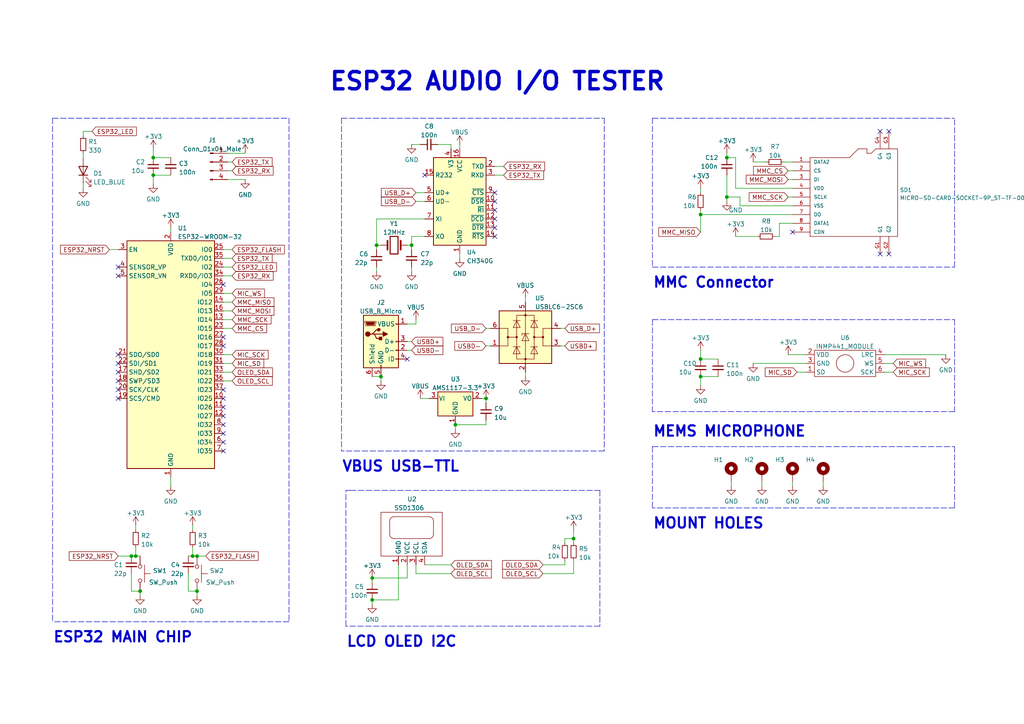
<source format=kicad_sch>
(kicad_sch (version 20211123) (generator eeschema)
  (paper "A4")
  (lib_symbols
    (symbol "Connector:Conn_01x04_Male" (pin_names (offset 1.016) hide)
      (property "Reference" "J" (at 0 5.08 0))
      (property "Value" "Conn_01x04_Male" (at 0 -7.62 0))
      (symbol "Conn_01x04_Male_1_1"
        (polyline (pts (xy 1.27 -5.08) (xy 0.8636 -5.08)) (stroke (width 0.1524)))
        (polyline (pts (xy 1.27 -2.54) (xy 0.8636 -2.54)) (stroke (width 0.1524)))
        (polyline (pts (xy 1.27 0) (xy 0.8636 0)) (stroke (width 0.1524)))
        (polyline (pts (xy 1.27 2.54) (xy 0.8636 2.54)) (stroke (width 0.1524)))
        (rectangle (start 0.8636 -4.953) (end 0 -5.207) (stroke (width 0.1524)) (fill (type outline)))
        (rectangle (start 0.8636 -2.413) (end 0 -2.667) (stroke (width 0.1524)) (fill (type outline)))
        (rectangle (start 0.8636 0.127) (end 0 -0.127) (stroke (width 0.1524)) (fill (type outline)))
        (rectangle (start 0.8636 2.667) (end 0 2.413) (stroke (width 0.1524)) (fill (type outline)))
        (pin passive line (at 5.08 2.54 180) (length 3.81) (name "Pin_1") (number "1"))
        (pin passive line (at 5.08 0 180) (length 3.81) (name "Pin_2") (number "2"))
        (pin passive line (at 5.08 -2.54 180) (length 3.81) (name "Pin_3") (number "3"))
        (pin passive line (at 5.08 -5.08 180) (length 3.81) (name "Pin_4") (number "4"))
      )
    )
    (symbol "Connector:USB_B_Micro" (pin_names (offset 1.016))
      (property "Reference" "J" (at -5.08 11.43 0))
      (property "Value" "USB_B_Micro" (at -5.08 8.89 0))
      (symbol "USB_B_Micro_0_1"
        (rectangle (start -5.08 -7.62) (end 5.08 7.62) (stroke (width 0.254)) (fill (type background)))
        (circle (center -3.81 2.159) (radius 0.635) (stroke (width 0.254)) (fill (type outline)))
        (circle (center -0.635 3.429) (radius 0.381) (stroke (width 0.254)) (fill (type outline)))
        (rectangle (start -0.127 -7.62) (end 0.127 -6.858))
        (polyline (pts (xy -1.905 2.159) (xy 0.635 2.159)) (stroke (width 0.254)))
        (polyline (pts (xy -3.175 2.159) (xy -2.54 2.159) (xy -1.27 3.429) (xy -0.635 3.429)) (stroke (width 0.254)))
        (polyline (pts (xy -2.54 2.159) (xy -1.905 2.159) (xy -1.27 0.889) (xy 0 0.889)) (stroke (width 0.254)))
        (polyline (pts (xy 0.635 2.794) (xy 0.635 1.524) (xy 1.905 2.159) (xy 0.635 2.794)) (stroke (width 0.254)) (fill (type outline)))
        (polyline (pts (xy -4.318 5.588) (xy -1.778 5.588) (xy -2.032 4.826) (xy -4.064 4.826) (xy -4.318 5.588)) (fill (type outline)))
        (polyline (pts (xy -4.699 5.842) (xy -4.699 5.588) (xy -4.445 4.826) (xy -4.445 4.572) (xy -1.651 4.572) (xy -1.651 4.826) (xy -1.397 5.588) (xy -1.397 5.842) (xy -4.699 5.842)))
        (rectangle (start 0.254 1.27) (end -0.508 0.508) (stroke (width 0.254)) (fill (type outline)))
        (rectangle (start 5.08 -5.207) (end 4.318 -4.953))
        (rectangle (start 5.08 -2.667) (end 4.318 -2.413))
        (rectangle (start 5.08 -0.127) (end 4.318 0.127))
        (rectangle (start 5.08 4.953) (end 4.318 5.207))
      )
      (symbol "USB_B_Micro_1_1"
        (pin power_out line (at 7.62 5.08 180) (length 2.54) (name "VBUS") (number "1"))
        (pin bidirectional line (at 7.62 -2.54 180) (length 2.54) (name "D-") (number "2"))
        (pin bidirectional line (at 7.62 0 180) (length 2.54) (name "D+") (number "3"))
        (pin passive line (at 7.62 -5.08 180) (length 2.54) (name "ID") (number "4"))
        (pin power_out line (at 0 -10.16 90) (length 2.54) (name "GND") (number "5"))
        (pin passive line (at -2.54 -10.16 90) (length 2.54) (name "Shield") (number "6"))
      )
    )
    (symbol "Device:C_Small" (pin_numbers hide) (pin_names (offset 0.254) hide)
      (property "Reference" "C" (at 0.254 1.778 0))
      (property "Value" "C_Small" (at 0.254 -2.032 0))
      (symbol "C_Small_0_1"
        (polyline (pts (xy -1.524 -0.508) (xy 1.524 -0.508)) (stroke (width 0.3302)))
        (polyline (pts (xy -1.524 0.508) (xy 1.524 0.508)) (stroke (width 0.3048)))
      )
      (symbol "C_Small_1_1"
        (pin passive line (at 0 2.54 270) (length 2.032) (name "~") (number "1"))
        (pin passive line (at 0 -2.54 90) (length 2.032) (name "~") (number "2"))
      )
    )
    (symbol "Device:Crystal" (pin_numbers hide) (pin_names (offset 1.016) hide)
      (property "Reference" "Y" (at 0 3.81 0))
      (property "Value" "Crystal" (at 0 -3.81 0))
      (symbol "Crystal_0_1"
        (rectangle (start -1.143 2.54) (end 1.143 -2.54) (stroke (width 0.3048)))
        (polyline (pts (xy -2.54 0) (xy -1.905 0)))
        (polyline (pts (xy -1.905 -1.27) (xy -1.905 1.27)) (stroke (width 0.508)))
        (polyline (pts (xy 1.905 -1.27) (xy 1.905 1.27)) (stroke (width 0.508)))
        (polyline (pts (xy 2.54 0) (xy 1.905 0)))
      )
      (symbol "Crystal_1_1"
        (pin passive line (at -3.81 0 0) (length 1.27) (name "1") (number "1"))
        (pin passive line (at 3.81 0 180) (length 1.27) (name "2") (number "2"))
      )
    )
    (symbol "Device:LED" (pin_numbers hide) (pin_names (offset 1.016) hide)
      (property "Reference" "D" (at 0 2.54 0))
      (property "Value" "LED" (at 0 -2.54 0))
      (symbol "LED_0_1"
        (polyline (pts (xy -1.27 -1.27) (xy -1.27 1.27)) (stroke (width 0.254)))
        (polyline (pts (xy -1.27 0) (xy 1.27 0)))
        (polyline (pts (xy 1.27 -1.27) (xy 1.27 1.27) (xy -1.27 0) (xy 1.27 -1.27)) (stroke (width 0.254)))
        (polyline (pts (xy -3.048 -0.762) (xy -4.572 -2.286) (xy -3.81 -2.286) (xy -4.572 -2.286) (xy -4.572 -1.524)))
        (polyline (pts (xy -1.778 -0.762) (xy -3.302 -2.286) (xy -2.54 -2.286) (xy -3.302 -2.286) (xy -3.302 -1.524)))
      )
      (symbol "LED_1_1"
        (pin passive line (at -3.81 0 0) (length 2.54) (name "K") (number "1"))
        (pin passive line (at 3.81 0 180) (length 2.54) (name "A") (number "2"))
      )
    )
    (symbol "Device:R_Small" (pin_numbers hide) (pin_names (offset 0.254) hide)
      (property "Reference" "R" (at 0.762 0.508 0))
      (property "Value" "R_Small" (at 0.762 -1.016 0))
      (symbol "R_Small_0_1"
        (rectangle (start -0.762 1.778) (end 0.762 -1.778) (stroke (width 0.2032)))
      )
      (symbol "R_Small_1_1"
        (pin passive line (at 0 2.54 270) (length 0.762) (name "~") (number "1"))
        (pin passive line (at 0 -2.54 90) (length 0.762) (name "~") (number "2"))
      )
    )
    (symbol "Interface_USB:CH340G"
      (property "Reference" "U" (at -5.08 13.97 0))
      (property "Value" "CH340G" (at 1.27 13.97 0))
      (symbol "CH340G_0_1"
        (rectangle (start -7.62 12.7) (end 7.62 -12.7) (stroke (width 0.254)) (fill (type background)))
      )
      (symbol "CH340G_1_1"
        (pin power_in line (at 0 -15.24 90) (length 2.54) (name "GND") (number "1"))
        (pin input line (at 10.16 0 180) (length 2.54) (name "~{DSR}") (number "10"))
        (pin input line (at 10.16 -2.54 180) (length 2.54) (name "~{RI}") (number "11"))
        (pin input line (at 10.16 -5.08 180) (length 2.54) (name "~{DCD}") (number "12"))
        (pin output line (at 10.16 -7.62 180) (length 2.54) (name "~{DTR}") (number "13"))
        (pin output line (at 10.16 -10.16 180) (length 2.54) (name "~{RTS}") (number "14"))
        (pin input line (at -10.16 7.62 0) (length 2.54) (name "R232") (number "15"))
        (pin power_in line (at 0 15.24 270) (length 2.54) (name "VCC") (number "16"))
        (pin output line (at 10.16 10.16 180) (length 2.54) (name "TXD") (number "2"))
        (pin input line (at 10.16 7.62 180) (length 2.54) (name "RXD") (number "3"))
        (pin passive line (at -2.54 15.24 270) (length 2.54) (name "V3") (number "4"))
        (pin bidirectional line (at -10.16 2.54 0) (length 2.54) (name "UD+") (number "5"))
        (pin bidirectional line (at -10.16 0 0) (length 2.54) (name "UD-") (number "6"))
        (pin input line (at -10.16 -5.08 0) (length 2.54) (name "XI") (number "7"))
        (pin output line (at -10.16 -10.16 0) (length 2.54) (name "XO") (number "8"))
        (pin input line (at 10.16 2.54 180) (length 2.54) (name "~{CTS}") (number "9"))
      )
    )
    (symbol "Mechanical:MountingHole_Pad" (pin_numbers hide) (pin_names (offset 1.016) hide)
      (property "Reference" "H" (at 0 6.35 0))
      (property "Value" "MountingHole_Pad" (at 0 4.445 0))
      (symbol "MountingHole_Pad_0_1"
        (circle (center 0 1.27) (radius 1.27) (stroke (width 1.27)))
      )
      (symbol "MountingHole_Pad_1_1"
        (pin input line (at 0 -2.54 90) (length 2.54) (name "1") (number "1"))
      )
    )
    (symbol "OPL_Connector:MICRO-SD-CARD-SOCKET-9P_ST-TF-003A_" (pin_names (offset 1.016))
      (property "Reference" "SD" (at -13.97 12.7 0))
      (property "Value" "MICRO-SD-CARD-SOCKET-9P_ST-TF-003A_" (at -7.62 12.7 0))
      (symbol "MICRO-SD-CARD-SOCKET-9P_ST-TF-003A__1_0"
        (polyline (pts (xy -12.7 -11.43) (xy 12.7 -11.43)))
        (polyline (pts (xy -12.7 11.43) (xy -12.7 -11.43)))
        (polyline (pts (xy -1.27 11.43) (xy -12.7 11.43)))
        (polyline (pts (xy 1.27 13.97) (xy -1.27 11.43)))
        (polyline (pts (xy 3.81 12.7) (xy 3.81 13.97)))
        (polyline (pts (xy 3.81 13.97) (xy 1.27 13.97)))
        (polyline (pts (xy 5.08 12.7) (xy 3.81 12.7)))
        (polyline (pts (xy 6.35 13.97) (xy 5.08 12.7)))
        (polyline (pts (xy 12.7 -11.43) (xy 12.7 13.97)))
        (polyline (pts (xy 12.7 13.97) (xy 6.35 13.97)))
      )
      (symbol "MICRO-SD-CARD-SOCKET-9P_ST-TF-003A__1_1"
        (pin bidirectional line (at -17.78 10.16 0) (length 5.08) (name "DATA2") (number "1"))
        (pin bidirectional line (at -17.78 7.62 0) (length 5.08) (name "CS") (number "2"))
        (pin bidirectional line (at -17.78 5.08 0) (length 5.08) (name "DI") (number "3"))
        (pin bidirectional line (at -17.78 2.54 0) (length 5.08) (name "VDD") (number "4"))
        (pin bidirectional line (at -17.78 0 0) (length 5.08) (name "SCLK") (number "5"))
        (pin bidirectional line (at -17.78 -2.54 0) (length 5.08) (name "VSS") (number "6"))
        (pin bidirectional line (at -17.78 -5.08 0) (length 5.08) (name "DO") (number "7"))
        (pin bidirectional line (at -17.78 -7.62 0) (length 5.08) (name "DATA1") (number "8"))
        (pin bidirectional line (at -17.78 -10.16 0) (length 5.08) (name "CDN") (number "9"))
        (pin bidirectional line (at 7.62 -16.51 90) (length 5.08) (name "G1") (number "G1"))
        (pin bidirectional line (at 10.16 -16.51 90) (length 5.08) (name "G2") (number "G2"))
        (pin bidirectional line (at 10.16 19.05 270) (length 5.08) (name "G3") (number "G3"))
        (pin bidirectional line (at 7.62 19.05 270) (length 5.08) (name "G4") (number "G4"))
      )
    )
    (symbol "Power_Protection:USBLC6-2SC6" (pin_names hide)
      (property "Reference" "U" (at 2.54 8.89 0))
      (property "Value" "USBLC6-2SC6" (at 2.54 -8.89 0))
      (symbol "USBLC6-2SC6_0_1"
        (rectangle (start -7.62 -7.62) (end 7.62 7.62) (stroke (width 0.254)) (fill (type background)))
        (circle (center -5.08 0) (radius 0.254) (fill (type outline)))
        (circle (center -2.54 0) (radius 0.254) (fill (type outline)))
        (rectangle (start -2.54 6.35) (end 2.54 -6.35))
        (circle (center 0 -6.35) (radius 0.254) (fill (type outline)))
        (polyline (pts (xy -5.08 -2.54) (xy -7.62 -2.54)))
        (polyline (pts (xy -5.08 0) (xy -5.08 -2.54)))
        (polyline (pts (xy -5.08 2.54) (xy -7.62 2.54)))
        (polyline (pts (xy -1.524 -2.794) (xy -3.556 -2.794)))
        (polyline (pts (xy -1.524 4.826) (xy -3.556 4.826)))
        (polyline (pts (xy 0 -7.62) (xy 0 -6.35)))
        (polyline (pts (xy 0 -6.35) (xy 0 1.27)))
        (polyline (pts (xy 0 1.27) (xy 0 6.35)))
        (polyline (pts (xy 0 6.35) (xy 0 7.62)))
        (polyline (pts (xy 1.524 -2.794) (xy 3.556 -2.794)))
        (polyline (pts (xy 1.524 4.826) (xy 3.556 4.826)))
        (polyline (pts (xy 5.08 -2.54) (xy 7.62 -2.54)))
        (polyline (pts (xy 5.08 0) (xy 5.08 -2.54)))
        (polyline (pts (xy 5.08 2.54) (xy 7.62 2.54)))
        (polyline (pts (xy -2.54 0) (xy -5.08 0) (xy -5.08 2.54)))
        (polyline (pts (xy 2.54 0) (xy 5.08 0) (xy 5.08 2.54)))
        (polyline (pts (xy -3.556 -4.826) (xy -1.524 -4.826) (xy -2.54 -2.794) (xy -3.556 -4.826)))
        (polyline (pts (xy -3.556 2.794) (xy -1.524 2.794) (xy -2.54 4.826) (xy -3.556 2.794)))
        (polyline (pts (xy -1.016 -1.016) (xy 1.016 -1.016) (xy 0 1.016) (xy -1.016 -1.016)))
        (polyline (pts (xy 1.016 1.016) (xy 0.762 1.016) (xy -1.016 1.016) (xy -1.016 0.508)))
        (polyline (pts (xy 3.556 -4.826) (xy 1.524 -4.826) (xy 2.54 -2.794) (xy 3.556 -4.826)))
        (polyline (pts (xy 3.556 2.794) (xy 1.524 2.794) (xy 2.54 4.826) (xy 3.556 2.794)))
        (circle (center 0 6.35) (radius 0.254) (fill (type outline)))
        (circle (center 2.54 0) (radius 0.254) (fill (type outline)))
        (circle (center 5.08 0) (radius 0.254) (fill (type outline)))
      )
      (symbol "USBLC6-2SC6_1_1"
        (pin passive line (at -10.16 -2.54 0) (length 2.54) (name "I/O1") (number "1"))
        (pin passive line (at 0 -10.16 90) (length 2.54) (name "GND") (number "2"))
        (pin passive line (at 10.16 -2.54 180) (length 2.54) (name "I/O2") (number "3"))
        (pin passive line (at 10.16 2.54 180) (length 2.54) (name "I/O2") (number "4"))
        (pin passive line (at 0 10.16 270) (length 2.54) (name "VBUS") (number "5"))
        (pin passive line (at -10.16 2.54 0) (length 2.54) (name "I/O1") (number "6"))
      )
    )
    (symbol "RF_Module:ESP32-WROOM-32"
      (property "Reference" "U" (at -12.7 34.29 0))
      (property "Value" "ESP32-WROOM-32" (at 1.27 34.29 0))
      (symbol "ESP32-WROOM-32_0_1"
        (rectangle (start -12.7 33.02) (end 12.7 -33.02) (stroke (width 0.254)) (fill (type background)))
      )
      (symbol "ESP32-WROOM-32_1_1"
        (pin power_in line (at 0 -35.56 90) (length 2.54) (name "GND") (number "1"))
        (pin bidirectional line (at 15.24 -12.7 180) (length 2.54) (name "IO25") (number "10"))
        (pin bidirectional line (at 15.24 -15.24 180) (length 2.54) (name "IO26") (number "11"))
        (pin bidirectional line (at 15.24 -17.78 180) (length 2.54) (name "IO27") (number "12"))
        (pin bidirectional line (at 15.24 10.16 180) (length 2.54) (name "IO14") (number "13"))
        (pin bidirectional line (at 15.24 15.24 180) (length 2.54) (name "IO12") (number "14"))
        (pin passive line (at 0 -35.56 90) (length 2.54) hide (name "GND") (number "15"))
        (pin bidirectional line (at 15.24 12.7 180) (length 2.54) (name "IO13") (number "16"))
        (pin bidirectional line (at -15.24 -5.08 0) (length 2.54) (name "SHD/SD2") (number "17"))
        (pin bidirectional line (at -15.24 -7.62 0) (length 2.54) (name "SWP/SD3") (number "18"))
        (pin bidirectional line (at -15.24 -12.7 0) (length 2.54) (name "SCS/CMD") (number "19"))
        (pin power_in line (at 0 35.56 270) (length 2.54) (name "VDD") (number "2"))
        (pin bidirectional line (at -15.24 -10.16 0) (length 2.54) (name "SCK/CLK") (number "20"))
        (pin bidirectional line (at -15.24 0 0) (length 2.54) (name "SDO/SD0") (number "21"))
        (pin bidirectional line (at -15.24 -2.54 0) (length 2.54) (name "SDI/SD1") (number "22"))
        (pin bidirectional line (at 15.24 7.62 180) (length 2.54) (name "IO15") (number "23"))
        (pin bidirectional line (at 15.24 25.4 180) (length 2.54) (name "IO2") (number "24"))
        (pin bidirectional line (at 15.24 30.48 180) (length 2.54) (name "IO0") (number "25"))
        (pin bidirectional line (at 15.24 20.32 180) (length 2.54) (name "IO4") (number "26"))
        (pin bidirectional line (at 15.24 5.08 180) (length 2.54) (name "IO16") (number "27"))
        (pin bidirectional line (at 15.24 2.54 180) (length 2.54) (name "IO17") (number "28"))
        (pin bidirectional line (at 15.24 17.78 180) (length 2.54) (name "IO5") (number "29"))
        (pin input line (at -15.24 30.48 0) (length 2.54) (name "EN") (number "3"))
        (pin bidirectional line (at 15.24 0 180) (length 2.54) (name "IO18") (number "30"))
        (pin bidirectional line (at 15.24 -2.54 180) (length 2.54) (name "IO19") (number "31"))
        (pin no_connect line (at -12.7 -27.94 0) (length 2.54) hide (name "NC") (number "32"))
        (pin bidirectional line (at 15.24 -5.08 180) (length 2.54) (name "IO21") (number "33"))
        (pin bidirectional line (at 15.24 22.86 180) (length 2.54) (name "RXD0/IO3") (number "34"))
        (pin bidirectional line (at 15.24 27.94 180) (length 2.54) (name "TXD0/IO1") (number "35"))
        (pin bidirectional line (at 15.24 -7.62 180) (length 2.54) (name "IO22") (number "36"))
        (pin bidirectional line (at 15.24 -10.16 180) (length 2.54) (name "IO23") (number "37"))
        (pin passive line (at 0 -35.56 90) (length 2.54) hide (name "GND") (number "38"))
        (pin passive line (at 0 -35.56 90) (length 2.54) hide (name "GND") (number "39"))
        (pin input line (at -15.24 25.4 0) (length 2.54) (name "SENSOR_VP") (number "4"))
        (pin input line (at -15.24 22.86 0) (length 2.54) (name "SENSOR_VN") (number "5"))
        (pin input line (at 15.24 -25.4 180) (length 2.54) (name "IO34") (number "6"))
        (pin input line (at 15.24 -27.94 180) (length 2.54) (name "IO35") (number "7"))
        (pin bidirectional line (at 15.24 -20.32 180) (length 2.54) (name "IO32") (number "8"))
        (pin bidirectional line (at 15.24 -22.86 180) (length 2.54) (name "IO33") (number "9"))
      )
    )
    (symbol "Regulator_Linear:AMS1117-3.3" (pin_names (offset 0.254))
      (property "Reference" "U" (at -3.81 3.175 0))
      (property "Value" "AMS1117-3.3" (at 0 3.175 0))
      (symbol "AMS1117-3.3_0_1"
        (rectangle (start -5.08 -5.08) (end 5.08 1.905) (stroke (width 0.254)) (fill (type background)))
      )
      (symbol "AMS1117-3.3_1_1"
        (pin power_in line (at 0 -7.62 90) (length 2.54) (name "GND") (number "1"))
        (pin power_out line (at 7.62 0 180) (length 2.54) (name "VO") (number "2"))
        (pin power_in line (at -7.62 0 0) (length 2.54) (name "VI") (number "3"))
      )
    )
    (symbol "SSD1306:SSD1306"
      (property "Reference" "U" (at 0 8.89 0))
      (property "Value" "SSD1306" (at 0 6.35 0))
      (symbol "SSD1306_0_1"
        (rectangle (start -8.89 5.08) (end 8.89 -7.62) (stroke (width 0.1524)))
        (arc (start -6.35 -1.27) (mid -5.978 -2.168) (end -5.08 -2.54) (stroke (width 0.1524)))
        (arc (start -5.08 3.81) (mid -5.978 3.438) (end -6.35 2.54) (stroke (width 0.1524)))
        (polyline (pts (xy -6.35 2.54) (xy -6.35 -1.27)) (stroke (width 0.1524)))
        (polyline (pts (xy 5.08 -2.54) (xy -5.08 -2.54)) (stroke (width 0.1524)))
        (polyline (pts (xy 5.08 3.81) (xy -5.08 3.81)) (stroke (width 0.1524)))
        (polyline (pts (xy 6.35 2.54) (xy 6.35 -1.27)) (stroke (width 0.1524)))
        (arc (start 5.08 -2.54) (mid 5.978 -2.168) (end 6.35 -1.27) (stroke (width 0.1524)))
        (arc (start 6.35 2.54) (mid 5.978 3.438) (end 5.08 3.81) (stroke (width 0.1524)))
      )
      (symbol "SSD1306_1_1"
        (pin passive line (at -3.81 -10.16 90) (length 2.54) (name "GND") (number "1"))
        (pin passive line (at -1.27 -10.16 90) (length 2.54) (name "VCC") (number "2"))
        (pin input line (at 1.27 -10.16 90) (length 2.54) (name "SCL") (number "3"))
        (pin input line (at 3.81 -10.16 90) (length 2.54) (name "SDA") (number "4"))
      )
    )
    (symbol "Switch:SW_Push" (pin_numbers hide) (pin_names (offset 1.016) hide)
      (property "Reference" "SW" (at 1.27 2.54 0))
      (property "Value" "SW_Push" (at 0 -1.524 0))
      (symbol "SW_Push_0_1"
        (circle (center -2.032 0) (radius 0.508))
        (polyline (pts (xy 0 1.27) (xy 0 3.048)))
        (polyline (pts (xy 2.54 1.27) (xy -2.54 1.27)))
        (circle (center 2.032 0) (radius 0.508))
        (pin passive line (at -5.08 0 0) (length 2.54) (name "1") (number "1"))
        (pin passive line (at 5.08 0 180) (length 2.54) (name "2") (number "2"))
      )
    )
    (symbol "inmp441:INMP441_MODULE"
      (property "Reference" "U" (at 0 5.08 0))
      (property "Value" "INMP441_MODULE" (at 0 -6.35 0))
      (symbol "INMP441_MODULE_0_1"
        (rectangle (start -8.89 3.81) (end 8.89 -3.81) (stroke (width 0.1524)))
        (circle (center 0 0) (radius 2.54) (stroke (width 0.1524)))
      )
      (symbol "INMP441_MODULE_1_1"
        (pin output line (at -11.43 -2.54 0) (length 2.54) (name "SD") (number "1"))
        (pin passive line (at -11.43 2.54 0) (length 2.54) (name "VDD") (number "2"))
        (pin passive line (at -11.43 0 0) (length 2.54) (name "GND") (number "3"))
        (pin input line (at 11.43 2.54 180) (length 2.54) (name "LRC") (number "4"))
        (pin input line (at 11.43 0 180) (length 2.54) (name "WS") (number "5"))
        (pin input line (at 11.43 -2.54 180) (length 2.54) (name "SCK") (number "6"))
      )
    )
    (symbol "power:+3V3" (power) (pin_names (offset 0))
      (property "Value" "+3V3" (at 0 3.556 0))
      (symbol "+3V3_0_1"
        (polyline (pts (xy -0.762 1.27) (xy 0 2.54)))
        (polyline (pts (xy 0 0) (xy 0 2.54)))
        (polyline (pts (xy 0 2.54) (xy 0.762 1.27)))
      )
      (symbol "+3V3_1_1"
        (pin power_in line (at 0 0 90) (length 0) hide (name "+3V3") (number "1"))
      )
    )
    (symbol "power:GND" (power) (pin_names (offset 0))
      (property "Value" "GND" (at 0 -3.81 0))
      (symbol "GND_0_1"
        (polyline (pts (xy 0 0) (xy 0 -1.27) (xy 1.27 -1.27) (xy 0 -2.54) (xy -1.27 -1.27) (xy 0 -1.27)))
      )
      (symbol "GND_1_1"
        (pin power_in line (at 0 0 270) (length 0) hide (name "GND") (number "1"))
      )
    )
    (symbol "power:VBUS" (power) (pin_names (offset 0))
      (property "Value" "VBUS" (at 0 3.81 0))
      (symbol "VBUS_0_1"
        (polyline (pts (xy -0.762 1.27) (xy 0 2.54)))
        (polyline (pts (xy 0 0) (xy 0 2.54)))
        (polyline (pts (xy 0 2.54) (xy 0.762 1.27)))
      )
      (symbol "VBUS_1_1"
        (pin power_in line (at 0 0 90) (length 0) hide (name "VBUS") (number "1"))
      )
    )
  )
  (junction (at 40.64 171.45))
  (junction (at 39.37 161.29))
  (junction (at 57.15 171.45))
  (junction (at 203.2 62.23))
  (junction (at 107.95 173.99))
  (junction (at 44.45 50.8))
  (junction (at 55.88 161.29))
  (junction (at 203.2 109.22))
  (junction (at 132.08 123.19))
  (junction (at 57.15 161.29))
  (junction (at 110.49 109.22))
  (junction (at 107.95 167.64))
  (junction (at 140.97 115.57))
  (junction (at 203.2 104.14))
  (junction (at 210.82 45.72))
  (junction (at 44.45 45.72))
  (junction (at 166.37 156.21))
  (junction (at 210.82 57.15))
  (junction (at 119.38 71.12))
  (junction (at 109.22 71.12))
  (junction (at 38.1 161.29))
  (no_connect (at 143.51 68.58))
  (no_connect (at 143.51 66.04))
  (no_connect (at 123.19 50.8))
  (no_connect (at 229.87 67.31))
  (no_connect (at 257.81 38.1))
  (no_connect (at 255.27 38.1))
  (no_connect (at 255.27 73.66))
  (no_connect (at 257.81 73.66))
  (no_connect (at 143.51 63.5))
  (no_connect (at 143.51 60.96))
  (no_connect (at 143.51 55.88))
  (no_connect (at 143.51 58.42))
  (no_connect (at 64.77 113.03))
  (no_connect (at 118.11 104.14))
  (no_connect (at 64.77 82.55))
  (no_connect (at 64.77 97.79))
  (no_connect (at 64.77 100.33))
  (no_connect (at 64.77 115.57))
  (no_connect (at 64.77 120.65))
  (no_connect (at 64.77 118.11))
  (no_connect (at 64.77 125.73))
  (no_connect (at 64.77 123.19))
  (no_connect (at 64.77 128.27))
  (no_connect (at 64.77 130.81))
  (no_connect (at 34.29 113.03))
  (no_connect (at 34.29 110.49))
  (no_connect (at 34.29 107.95))
  (no_connect (at 34.29 77.47))
  (no_connect (at 34.29 102.87))
  (no_connect (at 34.29 105.41))
  (no_connect (at 34.29 80.01))
  (no_connect (at 34.29 115.57))
  (polyline (pts (xy 83.82 34.29) (xy 83.82 180.34)))
  (wire (pts (xy 227.33 46.99) (xy 229.87 46.99)))
  (wire (pts (xy 66.04 46.99) (xy 67.31 46.99)))
  (wire (pts (xy 119.38 77.47) (xy 119.38 78.74)))
  (polyline (pts (xy 175.26 34.29) (xy 175.26 130.81)))
  (wire (pts (xy 55.88 161.29) (xy 57.15 161.29)))
  (wire (pts (xy 123.19 163.83) (xy 130.81 163.83)))
  (wire (pts (xy 256.54 105.41) (xy 259.08 105.41)))
  (polyline (pts (xy 99.06 34.29) (xy 175.26 34.29)))
  (polyline (pts (xy 173.99 181.61) (xy 100.33 181.61)))
  (wire (pts (xy 229.87 59.69) (xy 214.63 59.69)))
  (wire (pts (xy 66.04 52.07) (xy 71.12 52.07)))
  (wire (pts (xy 64.77 77.47) (xy 67.31 77.47)))
  (wire (pts (xy 110.49 71.12) (xy 109.22 71.12)))
  (wire (pts (xy 229.87 139.7) (xy 229.87 140.97)))
  (polyline (pts (xy 276.86 77.47) (xy 276.86 34.29)))
  (wire (pts (xy 203.2 67.31) (xy 203.2 62.23)))
  (wire (pts (xy 64.77 80.01) (xy 67.31 80.01)))
  (polyline (pts (xy 276.86 147.32) (xy 189.23 147.32)))
  (wire (pts (xy 132.08 123.19) (xy 132.08 124.46)))
  (wire (pts (xy 118.11 101.6) (xy 119.38 101.6)))
  (wire (pts (xy 110.49 109.22) (xy 110.49 110.49)))
  (wire (pts (xy 49.53 66.04) (xy 49.53 67.31)))
  (wire (pts (xy 130.81 166.37) (xy 120.65 166.37)))
  (wire (pts (xy 157.48 163.83) (xy 163.83 163.83)))
  (polyline (pts (xy 189.23 92.71) (xy 189.23 119.38)))
  (wire (pts (xy 120.65 166.37) (xy 120.65 163.83)))
  (wire (pts (xy 119.38 71.12) (xy 119.38 72.39)))
  (polyline (pts (xy 189.23 34.29) (xy 276.86 34.29)))
  (wire (pts (xy 120.65 55.88) (xy 123.19 55.88)))
  (wire (pts (xy 228.6 102.87) (xy 233.68 102.87)))
  (wire (pts (xy 210.82 44.45) (xy 210.82 45.72)))
  (polyline (pts (xy 99.06 34.29) (xy 99.06 130.81)))
  (polyline (pts (xy 100.33 142.24) (xy 101.6 142.24)))
  (wire (pts (xy 218.44 46.99) (xy 222.25 46.99)))
  (wire (pts (xy 213.36 45.72) (xy 210.82 45.72)))
  (wire (pts (xy 24.13 44.45) (xy 24.13 45.72)))
  (wire (pts (xy 228.6 52.07) (xy 229.87 52.07)))
  (wire (pts (xy 203.2 62.23) (xy 229.87 62.23)))
  (wire (pts (xy 143.51 48.26) (xy 146.05 48.26)))
  (wire (pts (xy 213.36 54.61) (xy 213.36 45.72)))
  (wire (pts (xy 210.82 50.8) (xy 210.82 57.15)))
  (wire (pts (xy 24.13 53.34) (xy 24.13 54.61)))
  (wire (pts (xy 163.83 162.56) (xy 163.83 163.83)))
  (polyline (pts (xy 189.23 92.71) (xy 276.86 92.71)))
  (wire (pts (xy 64.77 95.25) (xy 67.31 95.25)))
  (wire (pts (xy 256.54 102.87) (xy 274.32 102.87)))
  (wire (pts (xy 210.82 57.15) (xy 210.82 58.42)))
  (wire (pts (xy 166.37 156.21) (xy 166.37 157.48)))
  (wire (pts (xy 163.83 156.21) (xy 166.37 156.21)))
  (wire (pts (xy 157.48 166.37) (xy 166.37 166.37)))
  (polyline (pts (xy 101.6 142.24) (xy 173.99 142.24)))
  (wire (pts (xy 26.67 38.1) (xy 24.13 38.1)))
  (wire (pts (xy 214.63 57.15) (xy 210.82 57.15)))
  (wire (pts (xy 120.65 58.42) (xy 123.19 58.42)))
  (wire (pts (xy 49.53 50.8) (xy 44.45 50.8)))
  (wire (pts (xy 64.77 74.93) (xy 67.31 74.93)))
  (wire (pts (xy 118.11 93.98) (xy 120.65 93.98)))
  (wire (pts (xy 64.77 107.95) (xy 67.31 107.95)))
  (wire (pts (xy 203.2 60.96) (xy 203.2 62.23)))
  (wire (pts (xy 231.14 107.95) (xy 233.68 107.95)))
  (wire (pts (xy 203.2 101.6) (xy 203.2 104.14)))
  (wire (pts (xy 34.29 161.29) (xy 38.1 161.29)))
  (polyline (pts (xy 189.23 77.47) (xy 276.86 77.47)))
  (wire (pts (xy 107.95 167.64) (xy 118.11 167.64)))
  (wire (pts (xy 38.1 161.29) (xy 39.37 161.29)))
  (polyline (pts (xy 189.23 129.54) (xy 189.23 147.32)))
  (wire (pts (xy 38.1 166.37) (xy 38.1 171.45)))
  (wire (pts (xy 54.61 171.45) (xy 57.15 171.45)))
  (wire (pts (xy 49.53 138.43) (xy 49.53 140.97)))
  (wire (pts (xy 64.77 110.49) (xy 67.31 110.49)))
  (wire (pts (xy 118.11 99.06) (xy 119.38 99.06)))
  (wire (pts (xy 143.51 50.8) (xy 146.05 50.8)))
  (wire (pts (xy 64.77 102.87) (xy 67.31 102.87)))
  (wire (pts (xy 64.77 105.41) (xy 67.31 105.41)))
  (wire (pts (xy 115.57 163.83) (xy 115.57 173.99)))
  (wire (pts (xy 140.97 100.33) (xy 142.24 100.33)))
  (wire (pts (xy 213.36 68.58) (xy 219.71 68.58)))
  (wire (pts (xy 133.35 41.91) (xy 133.35 43.18)))
  (wire (pts (xy 256.54 107.95) (xy 259.08 107.95)))
  (wire (pts (xy 39.37 152.4) (xy 39.37 153.67)))
  (wire (pts (xy 140.97 95.25) (xy 142.24 95.25)))
  (wire (pts (xy 212.09 139.7) (xy 212.09 140.97)))
  (wire (pts (xy 229.87 54.61) (xy 213.36 54.61)))
  (polyline (pts (xy 83.82 180.34) (xy 15.24 180.34)))
  (wire (pts (xy 54.61 161.29) (xy 55.88 161.29)))
  (polyline (pts (xy 276.86 92.71) (xy 276.86 119.38)))
  (wire (pts (xy 140.97 115.57) (xy 140.97 116.84)))
  (wire (pts (xy 119.38 41.91) (xy 121.92 41.91)))
  (wire (pts (xy 123.19 63.5) (xy 109.22 63.5)))
  (wire (pts (xy 119.38 68.58) (xy 119.38 71.12)))
  (wire (pts (xy 64.77 87.63) (xy 67.31 87.63)))
  (wire (pts (xy 38.1 171.45) (xy 40.64 171.45)))
  (polyline (pts (xy 276.86 119.38) (xy 189.23 119.38)))
  (wire (pts (xy 127 41.91) (xy 130.81 41.91)))
  (wire (pts (xy 39.37 161.29) (xy 40.64 161.29)))
  (wire (pts (xy 115.57 173.99) (xy 107.95 173.99)))
  (wire (pts (xy 55.88 158.75) (xy 55.88 161.29)))
  (wire (pts (xy 40.64 171.45) (xy 40.64 172.72)))
  (wire (pts (xy 229.87 64.77) (xy 226.06 64.77)))
  (wire (pts (xy 66.04 44.45) (xy 71.12 44.45)))
  (wire (pts (xy 203.2 55.88) (xy 203.2 54.61)))
  (wire (pts (xy 166.37 166.37) (xy 166.37 162.56)))
  (wire (pts (xy 107.95 173.99) (xy 107.95 175.26)))
  (wire (pts (xy 57.15 161.29) (xy 59.69 161.29)))
  (wire (pts (xy 66.04 49.53) (xy 67.31 49.53)))
  (wire (pts (xy 220.98 139.7) (xy 220.98 140.97)))
  (wire (pts (xy 166.37 153.67) (xy 166.37 156.21)))
  (wire (pts (xy 140.97 121.92) (xy 140.97 123.19)))
  (wire (pts (xy 64.77 72.39) (xy 67.31 72.39)))
  (wire (pts (xy 121.92 115.57) (xy 124.46 115.57)))
  (wire (pts (xy 226.06 68.58) (xy 224.79 68.58)))
  (wire (pts (xy 152.4 86.36) (xy 152.4 87.63)))
  (wire (pts (xy 31.75 72.39) (xy 34.29 72.39)))
  (wire (pts (xy 162.56 100.33) (xy 163.83 100.33)))
  (wire (pts (xy 203.2 104.14) (xy 208.28 104.14)))
  (wire (pts (xy 57.15 171.45) (xy 57.15 172.72)))
  (wire (pts (xy 44.45 45.72) (xy 49.53 45.72)))
  (polyline (pts (xy 189.23 34.29) (xy 189.23 77.47)))
  (wire (pts (xy 133.35 73.66) (xy 133.35 74.93)))
  (wire (pts (xy 228.6 49.53) (xy 229.87 49.53)))
  (wire (pts (xy 54.61 166.37) (xy 54.61 171.45)))
  (wire (pts (xy 140.97 123.19) (xy 132.08 123.19)))
  (wire (pts (xy 123.19 68.58) (xy 119.38 68.58)))
  (wire (pts (xy 203.2 109.22) (xy 203.2 111.76)))
  (wire (pts (xy 118.11 167.64) (xy 118.11 163.83)))
  (wire (pts (xy 107.95 109.22) (xy 110.49 109.22)))
  (wire (pts (xy 55.88 152.4) (xy 55.88 153.67)))
  (wire (pts (xy 39.37 158.75) (xy 39.37 161.29)))
  (polyline (pts (xy 15.24 34.29) (xy 83.82 34.29)))
  (wire (pts (xy 208.28 109.22) (xy 203.2 109.22)))
  (wire (pts (xy 162.56 95.25) (xy 163.83 95.25)))
  (polyline (pts (xy 189.23 129.54) (xy 276.86 129.54)))
  (polyline (pts (xy 173.99 142.24) (xy 173.99 181.61)))
  (wire (pts (xy 120.65 92.71) (xy 120.65 93.98)))
  (wire (pts (xy 109.22 63.5) (xy 109.22 71.12)))
  (wire (pts (xy 163.83 156.21) (xy 163.83 157.48)))
  (wire (pts (xy 152.4 107.95) (xy 152.4 109.22)))
  (wire (pts (xy 118.11 71.12) (xy 119.38 71.12)))
  (wire (pts (xy 64.77 85.09) (xy 67.31 85.09)))
  (polyline (pts (xy 175.26 130.81) (xy 99.06 130.81)))
  (wire (pts (xy 64.77 90.17) (xy 67.31 90.17)))
  (polyline (pts (xy 276.86 129.54) (xy 276.86 147.32)))
  (wire (pts (xy 109.22 71.12) (xy 109.22 72.39)))
  (wire (pts (xy 130.81 41.91) (xy 130.81 43.18)))
  (wire (pts (xy 44.45 50.8) (xy 44.45 53.34)))
  (polyline (pts (xy 15.24 34.29) (xy 15.24 180.34)))
  (wire (pts (xy 107.95 167.64) (xy 107.95 168.91)))
  (wire (pts (xy 238.76 139.7) (xy 238.76 140.97)))
  (wire (pts (xy 139.7 115.57) (xy 140.97 115.57)))
  (wire (pts (xy 228.6 57.15) (xy 229.87 57.15)))
  (wire (pts (xy 226.06 64.77) (xy 226.06 68.58)))
  (wire (pts (xy 218.44 105.41) (xy 233.68 105.41)))
  (wire (pts (xy 109.22 77.47) (xy 109.22 78.74)))
  (wire (pts (xy 24.13 38.1) (xy 24.13 39.37)))
  (wire (pts (xy 214.63 57.15) (xy 214.63 59.69)))
  (polyline (pts (xy 100.33 181.61) (xy 100.33 142.24)))
  (wire (pts (xy 64.77 92.71) (xy 67.31 92.71)))
  (wire (pts (xy 44.45 43.18) (xy 44.45 45.72)))
  (text "VBUS USB-TTL " (at 99.06 137.16 0) (effects (font (size 3 3) bold) (justify left bottom)))
  (text "ESP32 AUDIO I/O TESTER" (at 95.25 26.67 0) (effects (font (size 5 5) bold) (justify left bottom)))
  (text "MEMS MICROPHONE\n" (at 189.23 127 0) (effects (font (size 3 3) bold) (justify left bottom)))
  (text "MOUNT HOLES\n" (at 189.23 153.67 0) (effects (font (size 3 3) bold) (justify left bottom)))
  (text "MMC Connector\n" (at 189.23 83.82 0) (effects (font (size 3 3) bold) (justify left bottom)))
  (text "ESP32 MAIN CHIP" (at 15.24 186.69 0) (effects (font (size 3 3) (thickness 0.6) bold) (justify left bottom)))
  (text "LCD OLED I2C" (at 100.33 187.96 0) (effects (font (size 3 3) bold) (justify left bottom)))
  (global_label "OLED_SCL" (shape input) (at 157.48 166.37 180) (property "Intersheet References" "${INTERSHEET_REFS}" (effects hide)))
  (global_label "OLED_SDA" (shape input) (at 157.48 163.83 180) (property "Intersheet References" "${INTERSHEET_REFS}" (effects hide)))
  (global_label "MIC_SD" (shape input) (at 231.14 107.95 180) (property "Intersheet References" "${INTERSHEET_REFS}" (effects hide)))
  (global_label "ESP32_LED" (shape input) (at 67.31 77.47 0) (property "Intersheet References" "${INTERSHEET_REFS}" (effects hide)))
  (global_label "MMC_SCK" (shape input) (at 228.6 57.15 180) (property "Intersheet References" "${INTERSHEET_REFS}" (effects hide)))
  (global_label "ESP32_RX" (shape input) (at 67.31 49.53 0) (property "Intersheet References" "${INTERSHEET_REFS}" (effects hide)))
  (global_label "MMC_CS" (shape input) (at 228.6 49.53 180) (property "Intersheet References" "${INTERSHEET_REFS}" (effects hide)))
  (global_label "OLED_SDA" (shape input) (at 130.81 163.83 0) (property "Intersheet References" "${INTERSHEET_REFS}" (effects hide)))
  (global_label "OLED_SCL" (shape input) (at 130.81 166.37 0) (property "Intersheet References" "${INTERSHEET_REFS}" (effects hide)))
  (global_label "USB_D+" (shape input) (at 163.83 95.25 0) (property "Intersheet References" "${INTERSHEET_REFS}" (effects hide)))
  (global_label "ESP32_TX" (shape input) (at 146.05 50.8 0) (property "Intersheet References" "${INTERSHEET_REFS}" (effects hide)))
  (global_label "MIC_WS" (shape input) (at 67.31 85.09 0) (property "Intersheet References" "${INTERSHEET_REFS}" (effects hide)))
  (global_label "OLED_SDA" (shape input) (at 67.31 107.95 0) (property "Intersheet References" "${INTERSHEET_REFS}" (effects hide)))
  (global_label "ESP32_FLASH" (shape input) (at 59.69 161.29 0) (property "Intersheet References" "${INTERSHEET_REFS}" (effects hide)))
  (global_label "USB_D-" (shape input) (at 120.65 58.42 180) (property "Intersheet References" "${INTERSHEET_REFS}" (effects hide)))
  (global_label "ESP32_NRST" (shape input) (at 31.75 72.39 180) (property "Intersheet References" "${INTERSHEET_REFS}" (effects hide)))
  (global_label "ESP32_TX" (shape input) (at 67.31 74.93 0) (property "Intersheet References" "${INTERSHEET_REFS}" (effects hide)))
  (global_label "MMC_CS" (shape input) (at 67.31 95.25 0) (property "Intersheet References" "${INTERSHEET_REFS}" (effects hide)))
  (global_label "ESP32_FLASH" (shape input) (at 67.31 72.39 0) (property "Intersheet References" "${INTERSHEET_REFS}" (effects hide)))
  (global_label "USB_D-" (shape input) (at 140.97 95.25 180) (property "Intersheet References" "${INTERSHEET_REFS}" (effects hide)))
  (global_label "ESP32_TX" (shape input) (at 67.31 46.99 0) (property "Intersheet References" "${INTERSHEET_REFS}" (effects hide)))
  (global_label "ESP32_LED" (shape input) (at 26.67 38.1 0) (property "Intersheet References" "${INTERSHEET_REFS}" (effects hide)))
  (global_label "MMC_MISO" (shape input) (at 67.31 87.63 0) (property "Intersheet References" "${INTERSHEET_REFS}" (effects hide)))
  (global_label "USB_D+" (shape input) (at 120.65 55.88 180) (property "Intersheet References" "${INTERSHEET_REFS}" (effects hide)))
  (global_label "MIC_SCK" (shape input) (at 259.08 107.95 0) (property "Intersheet References" "${INTERSHEET_REFS}" (effects hide)))
  (global_label "OLED_SCL" (shape input) (at 67.31 110.49 0) (property "Intersheet References" "${INTERSHEET_REFS}" (effects hide)))
  (global_label "MMC_SCK" (shape input) (at 67.31 92.71 0) (property "Intersheet References" "${INTERSHEET_REFS}" (effects hide)))
  (global_label "USBD-" (shape input) (at 140.97 100.33 180) (property "Intersheet References" "${INTERSHEET_REFS}" (effects hide)))
  (global_label "USBD+" (shape input) (at 119.38 99.06 0) (property "Intersheet References" "${INTERSHEET_REFS}" (effects hide)))
  (global_label "MMC_MOSI" (shape input) (at 228.6 52.07 180) (property "Intersheet References" "${INTERSHEET_REFS}" (effects hide)))
  (global_label "ESP32_RX" (shape input) (at 146.05 48.26 0) (property "Intersheet References" "${INTERSHEET_REFS}" (effects hide)))
  (global_label "ESP32_RX" (shape input) (at 67.31 80.01 0) (property "Intersheet References" "${INTERSHEET_REFS}" (effects hide)))
  (global_label "USBD+" (shape input) (at 163.83 100.33 0) (property "Intersheet References" "${INTERSHEET_REFS}" (effects hide)))
  (global_label "MIC_SD" (shape input) (at 67.31 105.41 0) (property "Intersheet References" "${INTERSHEET_REFS}" (effects hide)))
  (global_label "ESP32_NRST" (shape input) (at 34.29 161.29 180) (property "Intersheet References" "${INTERSHEET_REFS}" (effects hide)))
  (global_label "MMC_MOSI" (shape input) (at 67.31 90.17 0) (property "Intersheet References" "${INTERSHEET_REFS}" (effects hide)))
  (global_label "MMC_MISO" (shape input) (at 203.2 67.31 180) (property "Intersheet References" "${INTERSHEET_REFS}" (effects hide)))
  (global_label "MIC_WS" (shape input) (at 259.08 105.41 0) (property "Intersheet References" "${INTERSHEET_REFS}" (effects hide)))
  (global_label "USBD-" (shape input) (at 119.38 101.6 0) (property "Intersheet References" "${INTERSHEET_REFS}" (effects hide)))
  (global_label "MIC_SCK" (shape input) (at 67.31 102.87 0) (property "Intersheet References" "${INTERSHEET_REFS}" (effects hide)))
  (symbol (lib_id "power:VBUS") (at 152.4 86.36 0) (unit 1)
    (property "Reference" "#PWR020" (effects hide))
    (property "Value" "VBUS" (at 152.4 82.7842 0))
  )
  (symbol (lib_id "power:+3V3") (at 140.97 115.57 0) (unit 1)
    (property "Reference" "#PWR019" (effects hide))
    (property "Value" "+3V3" (at 140.97 111.9942 0))
  )
  (symbol (lib_id "Device:C_Small") (at 44.45 48.26 0) (unit 1)
    (property "Reference" "C2" (at 39.37 46.99 0) (effects (justify left)))
    (property "Value" "10u" (at 38.1 49.53 0) (effects (justify left)))
    (property "Footprint" "Capacitor_SMD:C_0805_2012Metric_Pad1.18x1.45mm_HandSolder" (effects hide))
  )
  (symbol (lib_id "power:GND") (at 107.95 175.26 0) (unit 1)
    (property "Reference" "#PWR09" (effects hide))
    (property "Value" "GND" (at 107.95 179.7034 0))
  )
  (symbol (lib_id "Device:C_Small") (at 54.61 163.83 0) (unit 1)
    (property "Reference" "C4" (at 49.53 163.83 0) (effects (justify left)))
    (property "Value" "22p" (at 49.53 166.37 0) (effects (justify left)))
    (property "Footprint" "Capacitor_SMD:C_0805_2012Metric_Pad1.18x1.45mm_HandSolder" (effects hide))
  )
  (symbol (lib_id "Device:C_Small") (at 210.82 48.26 0) (unit 1)
    (property "Reference" "C12" (at 204.47 45.72 0) (effects (justify left)))
    (property "Value" "100n" (at 203.2 48.26 0) (effects (justify left)))
    (property "Footprint" "Capacitor_SMD:C_0805_2012Metric_Pad1.18x1.45mm_HandSolder" (effects hide))
  )
  (symbol (lib_id "power:GND") (at 44.45 53.34 0) (unit 1)
    (property "Reference" "#PWR0101" (effects hide))
    (property "Value" "GND" (at 44.45 57.7834 0))
  )
  (symbol (lib_id "power:GND") (at 49.53 140.97 0) (unit 1)
    (property "Reference" "#PWR0104" (effects hide))
    (property "Value" "GND" (at 49.53 145.4134 0))
  )
  (symbol (lib_id "Device:R_Small") (at 163.83 160.02 0) (unit 1)
    (property "Reference" "R4" (at 160.02 158.75 0) (effects (justify left)))
    (property "Value" "10k" (at 158.75 161.29 0) (effects (justify left)))
    (property "Footprint" "Resistor_SMD:R_0805_2012Metric_Pad1.20x1.40mm_HandSolder" (effects hide))
  )
  (symbol (lib_id "power:GND") (at 203.2 111.76 0) (unit 1)
    (property "Reference" "#PWR025" (effects hide))
    (property "Value" "GND" (at 203.2 116.2034 0))
  )
  (symbol (lib_id "power:+3V3") (at 166.37 153.67 0) (unit 1)
    (property "Reference" "#PWR022" (effects hide))
    (property "Value" "+3V3" (at 166.37 150.0942 0))
  )
  (symbol (lib_id "Connector:USB_B_Micro") (at 110.49 99.06 0) (unit 1)
    (property "Reference" "J2" (at 110.49 87.7402 0))
    (property "Value" "USB_B_Micro" (at 110.49 90.2771 0))
    (property "Footprint" "Connector_USB:USB_Micro-B_Wuerth_629105150521" (effects hide))
  )
  (symbol (lib_id "Device:C_Small") (at 109.22 74.93 0) (unit 1)
    (property "Reference" "C6" (at 104.14 73.66 0) (effects (justify left)))
    (property "Value" "22p" (at 102.87 76.2 0) (effects (justify left)))
    (property "Footprint" "Capacitor_SMD:C_0805_2012Metric_Pad1.18x1.45mm_HandSolder" (effects hide))
  )
  (symbol (lib_id "power:+3V3") (at 39.37 152.4 0) (unit 1)
    (property "Reference" "#PWR02" (effects hide))
    (property "Value" "+3V3" (at 39.37 148.8242 0))
  )
  (symbol (lib_id "Device:C_Small") (at 49.53 48.26 0) (unit 1)
    (property "Reference" "C3" (at 51.8541 47.4316 0) (effects (justify left)))
    (property "Value" "100n" (at 51.8541 49.9685 0) (effects (justify left)))
    (property "Footprint" "Capacitor_SMD:C_0805_2012Metric_Pad1.18x1.45mm_HandSolder" (effects hide))
  )
  (symbol (lib_id "Device:R_Small") (at 39.37 156.21 0) (unit 1)
    (property "Reference" "R2" (at 40.8686 155.3753 0) (effects (justify left)))
    (property "Value" "10k" (at 40.8686 157.9122 0) (effects (justify left)))
    (property "Footprint" "Resistor_SMD:R_0805_2012Metric_Pad1.20x1.40mm_HandSolder" (effects hide))
  )
  (symbol (lib_id "Device:R_Small") (at 166.37 160.02 0) (unit 1)
    (property "Reference" "R5" (at 167.8686 159.1853 0) (effects (justify left)))
    (property "Value" "10k" (at 167.8686 161.7222 0) (effects (justify left)))
    (property "Footprint" "Resistor_SMD:R_0805_2012Metric_Pad1.20x1.40mm_HandSolder" (effects hide))
  )
  (symbol (lib_id "power:GND") (at 210.82 58.42 0) (unit 1)
    (property "Reference" "#PWR027" (effects hide))
    (property "Value" "GND" (at 213.36 60.96 0))
  )
  (symbol (lib_id "power:GND") (at 110.49 110.49 0) (unit 1)
    (property "Reference" "#PWR011" (effects hide))
    (property "Value" "GND" (at 110.49 114.9334 0))
  )
  (symbol (lib_id "power:+3V3") (at 49.53 66.04 0) (unit 1)
    (property "Reference" "#PWR0103" (effects hide))
    (property "Value" "+3V3" (at 49.53 62.4642 0))
  )
  (symbol (lib_id "Device:Crystal") (at 114.3 71.12 180) (unit 1)
    (property "Reference" "Y1" (at 114.3 64.8548 0))
    (property "Value" "12MHz" (at 114.3 67.3917 0))
    (property "Footprint" "Crystal:Crystal_SMD_HC49-SD_HandSoldering" (effects hide))
  )
  (symbol (lib_id "Mechanical:MountingHole_Pad") (at 220.98 137.16 0) (unit 1)
    (property "Reference" "H2" (at 215.9 133.35 0) (effects (justify left)))
    (property "Value" "MountingHole_Pad" (effects hide))
    (property "Footprint" "MountingHole:MountingHole_5.3mm_M5_Pad" (effects hide))
  )
  (symbol (lib_id "Device:R_Small") (at 24.13 41.91 0) (unit 1)
    (property "Reference" "R1" (at 25.6286 41.0753 0) (effects (justify left)))
    (property "Value" "330" (at 25.6286 43.6122 0) (effects (justify left)))
    (property "Footprint" "Resistor_SMD:R_0805_2012Metric_Pad1.20x1.40mm_HandSolder" (effects hide))
  )
  (symbol (lib_id "Device:C_Small") (at 203.2 106.68 0) (unit 1)
    (property "Reference" "C10" (at 198.12 105.41 0) (effects (justify left)))
    (property "Value" "10u" (at 196.85 107.95 0) (effects (justify left)))
    (property "Footprint" "Capacitor_SMD:C_0805_2012Metric_Pad1.18x1.45mm_HandSolder" (effects hide))
  )
  (symbol (lib_id "power:GND") (at 119.38 78.74 0) (unit 1)
    (property "Reference" "#PWR013" (effects hide))
    (property "Value" "GND" (at 119.38 83.1834 0))
  )
  (symbol (lib_id "power:GND") (at 238.76 140.97 0) (unit 1)
    (property "Reference" "#PWR0108" (effects hide))
    (property "Value" "GND" (at 238.76 145.4134 0))
  )
  (symbol (lib_id "Mechanical:MountingHole_Pad") (at 229.87 137.16 0) (unit 1)
    (property "Reference" "H3" (at 224.79 133.35 0) (effects (justify left)))
    (property "Value" "MountingHole_Pad" (effects hide))
    (property "Footprint" "MountingHole:MountingHole_5.3mm_M5_Pad" (effects hide))
  )
  (symbol (lib_id "power:GND") (at 133.35 74.93 0) (unit 1)
    (property "Reference" "#PWR018" (effects hide))
    (property "Value" "GND" (at 133.35 79.3734 0))
  )
  (symbol (lib_id "power:GND") (at 57.15 172.72 0) (unit 1)
    (property "Reference" "#PWR05" (effects hide))
    (property "Value" "GND" (at 57.15 177.1634 0))
  )
  (symbol (lib_id "Device:C_Small") (at 107.95 171.45 0) (unit 1)
    (property "Reference" "C5" (at 102.87 170.18 0) (effects (justify left)))
    (property "Value" "100n" (at 101.6 172.72 0) (effects (justify left)))
    (property "Footprint" "Capacitor_SMD:C_0805_2012Metric_Pad1.18x1.45mm_HandSolder" (effects hide))
  )
  (symbol (lib_id "Device:C_Small") (at 38.1 163.83 0) (unit 1)
    (property "Reference" "C1" (at 33.02 163.83 0) (effects (justify left)))
    (property "Value" "22p" (at 33.02 166.37 0) (effects (justify left)))
    (property "Footprint" "Capacitor_SMD:C_0805_2012Metric_Pad1.18x1.45mm_HandSolder" (effects hide))
  )
  (symbol (lib_id "power:GND") (at 229.87 140.97 0) (unit 1)
    (property "Reference" "#PWR0107" (effects hide))
    (property "Value" "GND" (at 229.87 145.4134 0))
  )
  (symbol (lib_id "Regulator_Linear:AMS1117-3.3") (at 132.08 115.57 0) (unit 1)
    (property "Reference" "U3" (at 132.08 109.9652 0))
    (property "Value" "AMS1117-3.3" (at 132.08 112.5021 0))
    (property "Footprint" "Package_TO_SOT_SMD:SOT-223-3_TabPin2" (effects hide))
    (property "Datasheet" "http://www.advanced-monolithic.com/pdf/ds1117.pdf" (effects hide))
  )
  (symbol (lib_id "power:GND") (at 119.38 41.91 0) (unit 1)
    (property "Reference" "#PWR012" (effects hide))
    (property "Value" "GND" (at 119.38 46.3534 0))
  )
  (symbol (lib_id "Device:C_Small") (at 140.97 119.38 0) (unit 1)
    (property "Reference" "C9" (at 143.2941 118.5516 0) (effects (justify left)))
    (property "Value" "10u" (at 143.2941 121.0885 0) (effects (justify left)))
    (property "Footprint" "Capacitor_SMD:C_0805_2012Metric_Pad1.18x1.45mm_HandSolder" (effects hide))
  )
  (symbol (lib_id "power:+3V3") (at 55.88 152.4 0) (unit 1)
    (property "Reference" "#PWR04" (effects hide))
    (property "Value" "+3V3" (at 55.88 148.8242 0))
  )
  (symbol (lib_id "power:+3V3") (at 228.6 102.87 0) (unit 1)
    (property "Reference" "#PWR031" (effects hide))
    (property "Value" "+3V3" (at 228.6 99.2942 0))
  )
  (symbol (lib_id "power:+3V3") (at 107.95 167.64 0) (unit 1)
    (property "Reference" "#PWR08" (effects hide))
    (property "Value" "+3V3" (at 107.95 164.0642 0))
  )
  (symbol (lib_id "Device:LED") (at 24.13 49.53 90) (unit 1)
    (property "Reference" "D1" (at 27.051 50.2828 90) (effects (justify right)))
    (property "Value" "LED_BLUE" (at 27.051 52.8197 90) (effects (justify right)))
    (property "Footprint" "LED_SMD:LED_0805_2012Metric_Pad1.15x1.40mm_HandSolder" (effects hide))
  )
  (symbol (lib_id "power:GND") (at 71.12 52.07 0) (unit 1)
    (property "Reference" "#PWR07" (effects hide))
    (property "Value" "GND" (at 71.12 56.5134 0))
  )
  (symbol (lib_id "Device:C_Small") (at 208.28 106.68 0) (unit 1)
    (property "Reference" "C11" (at 210.6041 105.8516 0) (effects (justify left)))
    (property "Value" "100n" (at 210.6041 108.3885 0) (effects (justify left)))
    (property "Footprint" "Capacitor_SMD:C_0805_2012Metric_Pad1.18x1.45mm_HandSolder" (effects hide))
  )
  (symbol (lib_id "power:+3V3") (at 44.45 43.18 0) (unit 1)
    (property "Reference" "#PWR0102" (effects hide))
    (property "Value" "+3V3" (at 44.45 39.6042 0))
  )
  (symbol (lib_id "Mechanical:MountingHole_Pad") (at 238.76 137.16 0) (unit 1)
    (property "Reference" "H4" (at 233.68 133.35 0) (effects (justify left)))
    (property "Value" "MountingHole_Pad" (effects hide))
    (property "Footprint" "MountingHole:MountingHole_5.3mm_M5_Pad" (effects hide))
  )
  (symbol (lib_id "inmp441:INMP441_MODULE") (at 245.11 105.41 0) (unit 1)
    (property "Reference" "U6" (at 245.11 97.951 0))
    (property "Value" "INMP441_MODULE" (at 245.11 100.4879 0))
    (property "Footprint" "INMP441:INMP441" (effects hide))
  )
  (symbol (lib_id "Device:R_Small") (at 203.2 58.42 0) (unit 1)
    (property "Reference" "R6" (at 199.39 57.15 0) (effects (justify left)))
    (property "Value" "10k" (at 198.12 59.69 0) (effects (justify left)))
    (property "Footprint" "Resistor_SMD:R_0805_2012Metric_Pad1.20x1.40mm_HandSolder" (effects hide))
  )
  (symbol (lib_id "Switch:SW_Push") (at 57.15 166.37 270) (unit 1)
    (property "Reference" "SW2" (at 60.833 165.5353 90) (effects (justify left)))
    (property "Value" "SW_Push" (at 59.69 168.91 90) (effects (justify left)))
    (property "Footprint" "Button_Switch_THT:SW_PUSH_6mm" (effects hide))
  )
  (symbol (lib_id "Connector:Conn_01x04_Male") (at 60.96 46.99 0) (unit 1)
    (property "Reference" "J1" (at 61.595 40.674 0))
    (property "Value" "Conn_01x04_Male" (at 61.595 43.2109 0))
    (property "Footprint" "Connector_PinHeader_2.54mm:PinHeader_1x04_P2.54mm_Vertical" (effects hide))
  )
  (symbol (lib_id "power:+3V3") (at 218.44 46.99 0) (unit 1)
    (property "Reference" "#PWR029" (effects hide))
    (property "Value" "+3V3" (at 218.44 43.4142 0))
  )
  (symbol (lib_id "power:GND") (at 218.44 105.41 0) (unit 1)
    (property "Reference" "#PWR030" (effects hide))
    (property "Value" "GND" (at 218.44 109.8534 0))
  )
  (symbol (lib_id "power:+3V3") (at 71.12 44.45 0) (unit 1)
    (property "Reference" "#PWR06" (effects hide))
    (property "Value" "+3V3" (at 71.12 40.8742 0))
  )
  (symbol (lib_id "SSD1306:SSD1306") (at 119.38 153.67 0) (unit 1)
    (property "Reference" "U2" (at 118.11 144.78 0) (effects (justify left)))
    (property "Value" "SSD1306" (at 114.3 147.32 0) (effects (justify left)))
    (property "Footprint" "SSD1306:Display_128x64_096_I2C" (effects hide))
  )
  (symbol (lib_id "power:VBUS") (at 120.65 92.71 0) (unit 1)
    (property "Reference" "#PWR014" (effects hide))
    (property "Value" "VBUS" (at 120.65 89.1342 0))
  )
  (symbol (lib_id "Device:R_Small") (at 55.88 156.21 0) (unit 1)
    (property "Reference" "R3" (at 57.3786 155.3753 0) (effects (justify left)))
    (property "Value" "10k" (at 57.3786 157.9122 0) (effects (justify left)))
    (property "Footprint" "Resistor_SMD:R_0805_2012Metric_Pad1.20x1.40mm_HandSolder" (effects hide))
  )
  (symbol (lib_id "power:GND") (at 132.08 124.46 0) (unit 1)
    (property "Reference" "#PWR016" (effects hide))
    (property "Value" "GND" (at 132.08 128.9034 0))
  )
  (symbol (lib_id "Switch:SW_Push") (at 40.64 166.37 270) (unit 1)
    (property "Reference" "SW1" (at 44.323 165.5353 90) (effects (justify left)))
    (property "Value" "SW_Push" (at 43.18 168.91 90) (effects (justify left)))
    (property "Footprint" "Button_Switch_THT:SW_PUSH_6mm" (effects hide))
  )
  (symbol (lib_id "power:GND") (at 40.64 172.72 0) (unit 1)
    (property "Reference" "#PWR03" (effects hide))
    (property "Value" "GND" (at 40.64 177.1634 0))
  )
  (symbol (lib_id "power:+3V3") (at 203.2 54.61 0) (unit 1)
    (property "Reference" "#PWR023" (effects hide))
    (property "Value" "+3V3" (at 203.2 51.0342 0))
  )
  (symbol (lib_id "power:GND") (at 212.09 140.97 0) (unit 1)
    (property "Reference" "#PWR0105" (effects hide))
    (property "Value" "GND" (at 212.09 145.4134 0))
  )
  (symbol (lib_id "power:+3V3") (at 210.82 44.45 0) (unit 1)
    (property "Reference" "#PWR026" (effects hide))
    (property "Value" "+3V3" (at 210.82 40.8742 0))
  )
  (symbol (lib_id "Interface_USB:CH340G") (at 133.35 58.42 0) (unit 1)
    (property "Reference" "U4" (at 135.3694 73.1504 0) (effects (justify left)))
    (property "Value" "CH340G" (at 135.3694 75.6873 0) (effects (justify left)))
    (property "Footprint" "Package_SO:SOIC-16_3.9x9.9mm_P1.27mm" (effects hide))
    (property "Datasheet" "http://www.datasheet5.com/pdf-local-2195953" (effects hide))
  )
  (symbol (lib_id "power:GND") (at 152.4 109.22 0) (unit 1)
    (property "Reference" "#PWR021" (effects hide))
    (property "Value" "GND" (at 152.4 113.6634 0))
  )
  (symbol (lib_id "power:VBUS") (at 133.35 41.91 0) (unit 1)
    (property "Reference" "#PWR017" (effects hide))
    (property "Value" "VBUS" (at 133.35 38.3342 0))
  )
  (symbol (lib_id "power:GND") (at 220.98 140.97 0) (unit 1)
    (property "Reference" "#PWR0106" (effects hide))
    (property "Value" "GND" (at 220.98 145.4134 0))
  )
  (symbol (lib_id "power:VBUS") (at 121.92 115.57 0) (unit 1)
    (property "Reference" "#PWR015" (effects hide))
    (property "Value" "VBUS" (at 121.92 111.9942 0))
  )
  (symbol (lib_id "Device:C_Small") (at 119.38 74.93 0) (unit 1)
    (property "Reference" "C7" (at 121.92 73.66 0) (effects (justify left)))
    (property "Value" "22p" (at 121.92 76.2 0) (effects (justify left)))
    (property "Footprint" "Capacitor_SMD:C_0805_2012Metric_Pad1.18x1.45mm_HandSolder" (effects hide))
  )
  (symbol (lib_id "Device:R_Small") (at 222.25 68.58 270) (unit 1)
    (property "Reference" "R8" (at 222.25 64.1436 90))
    (property "Value" "10k" (at 222.25 66.6805 90))
    (property "Footprint" "Resistor_SMD:R_0805_2012Metric_Pad1.20x1.40mm_HandSolder" (effects hide))
  )
  (symbol (lib_id "OPL_Connector:MICRO-SD-CARD-SOCKET-9P_ST-TF-003A_") (at 247.65 57.15 0) (unit 1)
    (property "Reference" "SD1" (at 260.985 55.1161 0) (effects (font (size 1.143 1.143)) (justify left)))
    (property "Value" "MICRO-SD-CARD-SOCKET-9P_ST-TF-003A_" (at 260.985 57.4247 0) (effects (font (size 1.143 1.143)) (justify left)))
    (property "Footprint" "OPL_Connector:MICRO-SD9+4P-SMD-16.1X14.5X1.85MM" (effects hide))
    (property "MPN" "ST-TF-003A" (effects hide))
    (property "SKU" "320090000" (effects hide))
  )
  (symbol (lib_id "Device:R_Small") (at 224.79 46.99 270) (unit 1)
    (property "Reference" "R7" (at 224.79 42.5536 90))
    (property "Value" "10k" (at 224.79 45.0905 90))
    (property "Footprint" "Resistor_SMD:R_0805_2012Metric_Pad1.20x1.40mm_HandSolder" (effects hide))
  )
  (symbol (lib_id "power:+3V3") (at 213.36 68.58 0) (unit 1)
    (property "Reference" "#PWR028" (effects hide))
    (property "Value" "+3V3" (at 213.36 65.0042 0))
  )
  (symbol (lib_id "power:GND") (at 24.13 54.61 0) (unit 1)
    (property "Reference" "#PWR01" (effects hide))
    (property "Value" "GND" (at 24.13 59.0534 0))
  )
  (symbol (lib_id "power:GND") (at 109.22 78.74 0) (unit 1)
    (property "Reference" "#PWR010" (effects hide))
    (property "Value" "GND" (at 109.22 83.1834 0))
  )
  (symbol (lib_id "RF_Module:ESP32-WROOM-32") (at 49.53 102.87 0) (unit 1)
    (property "Reference" "U1" (at 51.5494 66.1502 0) (effects (justify left)))
    (property "Value" "ESP32-WROOM-32" (at 51.5494 68.6871 0) (effects (justify left)))
    (property "Footprint" "RF_Module:ESP32-WROOM-32" (effects hide))
    (property "Datasheet" "https://www.espressif.com/sites/default/files/documentation/esp32-wroom-32_datasheet_en.pdf" (effects hide))
  )
  (symbol (lib_id "Power_Protection:USBLC6-2SC6") (at 152.4 97.79 0) (unit 1)
    (property "Reference" "U5" (at 155.1687 86.4702 0) (effects (justify left)))
    (property "Value" "USBLC6-2SC6" (at 155.1687 89.0071 0) (effects (justify left)))
    (property "Footprint" "Package_TO_SOT_SMD:SOT-23-6" (effects hide))
    (property "Datasheet" "https://www.st.com/resource/en/datasheet/usblc6-2.pdf" (effects hide))
  )
  (symbol (lib_id "power:GND") (at 274.32 102.87 0) (unit 1)
    (property "Reference" "#PWR033" (effects hide))
    (property "Value" "GND" (at 274.32 107.3134 0))
  )
  (symbol (lib_id "Mechanical:MountingHole_Pad") (at 212.09 137.16 0) (unit 1)
    (property "Reference" "H1" (at 207.01 133.35 0) (effects (justify left)))
    (property "Value" "MountingHole_Pad" (effects hide))
    (property "Footprint" "MountingHole:MountingHole_5.3mm_M5_Pad" (effects hide))
  )
  (symbol (lib_id "power:+3V3") (at 203.2 101.6 0) (unit 1)
    (property "Reference" "#PWR024" (effects hide))
    (property "Value" "+3V3" (at 203.2 98.0242 0))
  )
  (symbol (lib_id "Device:C_Small") (at 124.46 41.91 90) (unit 1)
    (property "Reference" "C8" (at 124.4663 36.6481 90))
    (property "Value" "100n" (at 124.4663 39.185 90))
    (property "Footprint" "Capacitor_SMD:C_0805_2012Metric_Pad1.18x1.45mm_HandSolder" (effects hide))
  )
)
</source>
